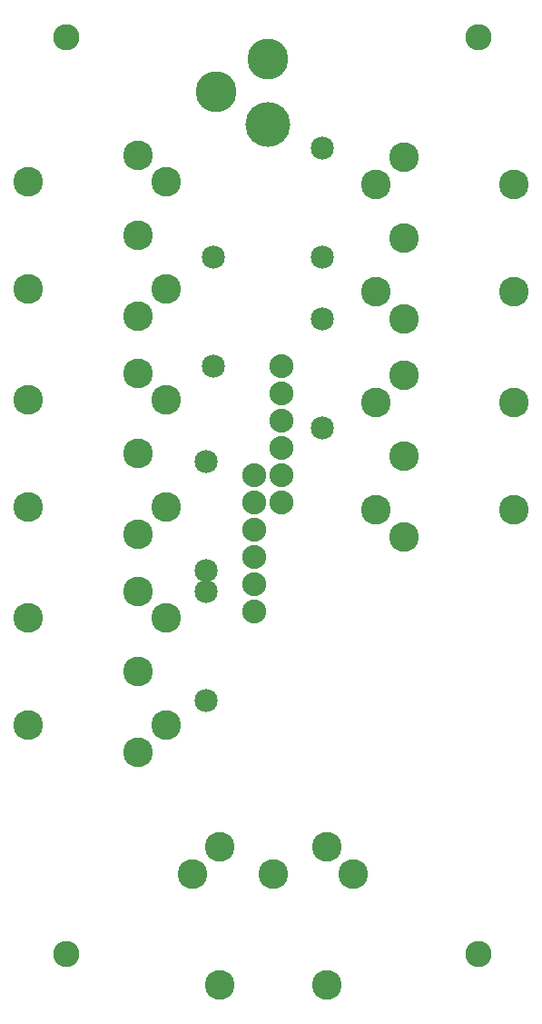
<source format=gbs>
G04 MADE WITH FRITZING*
G04 WWW.FRITZING.ORG*
G04 DOUBLE SIDED*
G04 HOLES PLATED*
G04 CONTOUR ON CENTER OF CONTOUR VECTOR*
%ASAXBY*%
%FSLAX23Y23*%
%MOIN*%
%OFA0B0*%
%SFA1.0B1.0*%
%ADD10C,0.096614*%
%ADD11C,0.164173*%
%ADD12C,0.150000*%
%ADD13C,0.088000*%
%ADD14C,0.109060*%
%ADD15C,0.085000*%
%LNMASK0*%
G90*
G70*
G54D10*
X233Y3566D03*
X1747Y3566D03*
X1747Y203D03*
X233Y202D03*
G54D11*
X974Y3246D03*
G54D12*
X974Y3486D03*
X784Y3366D03*
G54D13*
X1024Y2358D03*
X1024Y2258D03*
X1024Y2158D03*
X1024Y2058D03*
X1024Y1958D03*
X1024Y1858D03*
X924Y1958D03*
X924Y1858D03*
X924Y1758D03*
X924Y1658D03*
X924Y1558D03*
X924Y1458D03*
G54D14*
X699Y494D03*
X797Y596D03*
X994Y494D03*
X1191Y596D03*
X1289Y494D03*
X797Y89D03*
X1191Y89D03*
X1474Y2533D03*
X1372Y2632D03*
X1474Y2829D03*
X1372Y3025D03*
X1474Y3124D03*
X1879Y2632D03*
X1879Y3025D03*
X1474Y1733D03*
X1372Y1832D03*
X1474Y2029D03*
X1372Y2225D03*
X1474Y2324D03*
X1879Y1832D03*
X1879Y2225D03*
X499Y1533D03*
X600Y1435D03*
X499Y1238D03*
X600Y1041D03*
X499Y943D03*
X93Y1435D03*
X93Y1041D03*
X499Y2333D03*
X600Y2235D03*
X499Y2038D03*
X600Y1841D03*
X499Y1743D03*
X93Y2235D03*
X93Y1841D03*
X499Y3133D03*
X600Y3035D03*
X499Y2838D03*
X600Y2641D03*
X499Y2543D03*
X93Y3035D03*
X93Y2641D03*
G54D15*
X1174Y2758D03*
X1174Y3158D03*
X1174Y2533D03*
X1174Y2133D03*
X749Y1533D03*
X749Y1133D03*
X749Y1608D03*
X749Y2008D03*
X774Y2358D03*
X774Y2758D03*
G04 End of Mask0*
M02*
</source>
